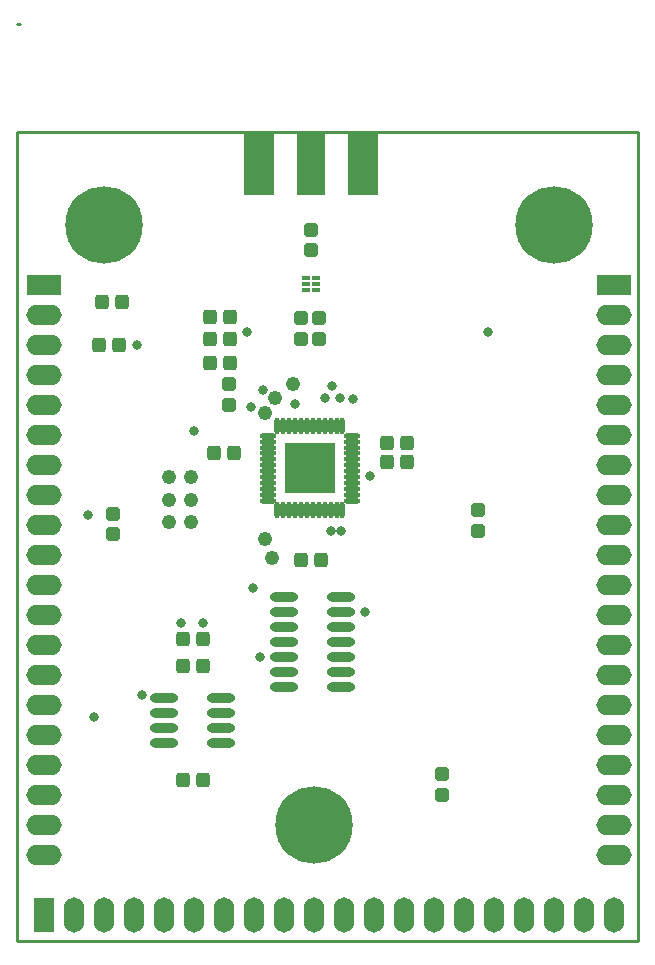
<source format=gts>
G04 Layer_Color=8388736*
%FSLAX25Y25*%
%MOIN*%
G70*
G01*
G75*
%ADD22C,0.01000*%
G04:AMPARAMS|DCode=47|XSize=47.37mil|YSize=43.43mil|CornerRadius=8.43mil|HoleSize=0mil|Usage=FLASHONLY|Rotation=270.000|XOffset=0mil|YOffset=0mil|HoleType=Round|Shape=RoundedRectangle|*
%AMROUNDEDRECTD47*
21,1,0.04737,0.02658,0,0,270.0*
21,1,0.03051,0.04343,0,0,270.0*
1,1,0.01686,-0.01329,-0.01526*
1,1,0.01686,-0.01329,0.01526*
1,1,0.01686,0.01329,0.01526*
1,1,0.01686,0.01329,-0.01526*
%
%ADD47ROUNDEDRECTD47*%
G04:AMPARAMS|DCode=48|XSize=47.37mil|YSize=43.43mil|CornerRadius=8.43mil|HoleSize=0mil|Usage=FLASHONLY|Rotation=0.000|XOffset=0mil|YOffset=0mil|HoleType=Round|Shape=RoundedRectangle|*
%AMROUNDEDRECTD48*
21,1,0.04737,0.02658,0,0,0.0*
21,1,0.03051,0.04343,0,0,0.0*
1,1,0.01686,0.01526,-0.01329*
1,1,0.01686,-0.01526,-0.01329*
1,1,0.01686,-0.01526,0.01329*
1,1,0.01686,0.01526,0.01329*
%
%ADD48ROUNDEDRECTD48*%
%ADD49R,0.16942X0.16942*%
%ADD50O,0.05524X0.01784*%
%ADD51O,0.01784X0.05524*%
%ADD52O,0.09461X0.03162*%
%ADD53R,0.10308X0.20800*%
%ADD54R,0.09816X0.20800*%
%ADD55R,0.02965X0.01784*%
%ADD56C,0.25800*%
%ADD57O,0.11800X0.06800*%
%ADD58R,0.11800X0.06800*%
%ADD59O,0.06800X0.11800*%
%ADD60R,0.06800X0.11800*%
%ADD61C,0.03200*%
%ADD62C,0.04800*%
D22*
X99500Y406000D02*
X100500D01*
X136500Y370000D02*
X306500D01*
Y362500D02*
Y370000D01*
X99500Y100500D02*
Y362500D01*
X306500Y100500D02*
Y362500D01*
X99500Y100500D02*
X306500D01*
X99500Y370000D02*
X136500D01*
X99500Y362500D02*
Y370000D01*
D47*
X161346Y201000D02*
D03*
X154654D02*
D03*
X200847Y227500D02*
D03*
X194153D02*
D03*
X161346Y154000D02*
D03*
X154654D02*
D03*
X222654Y260000D02*
D03*
X229346D02*
D03*
X171846Y263000D02*
D03*
X165154D02*
D03*
X222654Y266500D02*
D03*
X229346D02*
D03*
X134346Y313500D02*
D03*
X127654D02*
D03*
X163654Y308500D02*
D03*
X170346D02*
D03*
X163654Y301000D02*
D03*
X170346D02*
D03*
X163654Y293000D02*
D03*
X170347D02*
D03*
X133346Y299000D02*
D03*
X126654D02*
D03*
X154654Y192000D02*
D03*
X161346D02*
D03*
D48*
X131500Y242693D02*
D03*
Y236000D02*
D03*
X253000Y237154D02*
D03*
Y243847D02*
D03*
X197500Y337346D02*
D03*
Y330654D02*
D03*
X200000Y307846D02*
D03*
Y301154D02*
D03*
X194000Y307846D02*
D03*
Y301154D02*
D03*
X241000Y149154D02*
D03*
Y155846D02*
D03*
X170000Y279154D02*
D03*
Y285846D02*
D03*
D49*
X197110Y257925D02*
D03*
D50*
X211185Y268752D02*
D03*
Y266783D02*
D03*
Y264815D02*
D03*
Y262846D02*
D03*
Y260878D02*
D03*
Y258910D02*
D03*
Y256941D02*
D03*
Y254972D02*
D03*
Y253004D02*
D03*
Y251035D02*
D03*
Y249067D02*
D03*
Y247098D02*
D03*
X183035D02*
D03*
Y249067D02*
D03*
Y251035D02*
D03*
Y253004D02*
D03*
Y254972D02*
D03*
Y256941D02*
D03*
Y258910D02*
D03*
Y260878D02*
D03*
Y262846D02*
D03*
Y264815D02*
D03*
Y266783D02*
D03*
Y268752D02*
D03*
D51*
X207937Y243850D02*
D03*
X205968D02*
D03*
X204000D02*
D03*
X202031D02*
D03*
X200063D02*
D03*
X198094D02*
D03*
X196126D02*
D03*
X194158D02*
D03*
X192189D02*
D03*
X190220D02*
D03*
X188252D02*
D03*
X186284D02*
D03*
Y272000D02*
D03*
X188252D02*
D03*
X190220D02*
D03*
X192189D02*
D03*
X194158D02*
D03*
X196126D02*
D03*
X198094D02*
D03*
X200063D02*
D03*
X202031D02*
D03*
X204000D02*
D03*
X205968D02*
D03*
X207937D02*
D03*
D52*
X188551Y215000D02*
D03*
Y210000D02*
D03*
Y205000D02*
D03*
Y200000D02*
D03*
Y195000D02*
D03*
Y190000D02*
D03*
Y185000D02*
D03*
X207449Y215000D02*
D03*
Y210000D02*
D03*
Y205000D02*
D03*
Y200000D02*
D03*
Y195000D02*
D03*
Y190000D02*
D03*
Y185000D02*
D03*
X167449Y166500D02*
D03*
Y171500D02*
D03*
Y176500D02*
D03*
Y181500D02*
D03*
X148551Y166500D02*
D03*
Y171500D02*
D03*
Y176500D02*
D03*
Y181500D02*
D03*
D53*
X180246Y359500D02*
D03*
X214754D02*
D03*
D54*
X197500D02*
D03*
D55*
X199000Y321437D02*
D03*
Y319469D02*
D03*
Y317500D02*
D03*
X195654Y321437D02*
D03*
Y319469D02*
D03*
Y317500D02*
D03*
D56*
X278500Y339000D02*
D03*
X128500D02*
D03*
X198500Y139000D02*
D03*
D57*
X298500Y129000D02*
D03*
Y139000D02*
D03*
Y149000D02*
D03*
Y159000D02*
D03*
Y169000D02*
D03*
Y179000D02*
D03*
Y189000D02*
D03*
Y199000D02*
D03*
Y209000D02*
D03*
Y219000D02*
D03*
Y229000D02*
D03*
Y239000D02*
D03*
Y249000D02*
D03*
Y259000D02*
D03*
Y269000D02*
D03*
Y279000D02*
D03*
Y289000D02*
D03*
Y299000D02*
D03*
Y309000D02*
D03*
X108500Y129000D02*
D03*
Y139000D02*
D03*
Y149000D02*
D03*
Y159000D02*
D03*
Y169000D02*
D03*
Y179000D02*
D03*
Y189000D02*
D03*
Y199000D02*
D03*
Y209000D02*
D03*
Y219000D02*
D03*
Y229000D02*
D03*
Y239000D02*
D03*
Y249000D02*
D03*
Y259000D02*
D03*
Y269000D02*
D03*
Y279000D02*
D03*
Y289000D02*
D03*
Y299000D02*
D03*
Y309000D02*
D03*
D58*
X298500Y319000D02*
D03*
X108500D02*
D03*
D59*
X298500Y109000D02*
D03*
X288500D02*
D03*
X278500D02*
D03*
X268500D02*
D03*
X258500D02*
D03*
X248500D02*
D03*
X238500D02*
D03*
X228500D02*
D03*
X218500D02*
D03*
X208500D02*
D03*
X198500D02*
D03*
X188500D02*
D03*
X178500D02*
D03*
X168500D02*
D03*
X158500D02*
D03*
X148500D02*
D03*
X138500D02*
D03*
X128500D02*
D03*
X118500D02*
D03*
D60*
X108500D02*
D03*
D61*
X215500Y210000D02*
D03*
X180500Y195000D02*
D03*
X211500Y281000D02*
D03*
X207000Y281500D02*
D03*
X204500Y285500D02*
D03*
X202000Y281500D02*
D03*
X154000Y206500D02*
D03*
X161500D02*
D03*
X139500Y299000D02*
D03*
X217000Y255500D02*
D03*
X204000Y237000D02*
D03*
X207500D02*
D03*
X177500Y278500D02*
D03*
X192000Y279500D02*
D03*
X123000Y242500D02*
D03*
X181500Y284000D02*
D03*
X158500Y270500D02*
D03*
X141000Y182500D02*
D03*
X125000Y175000D02*
D03*
X178000Y218000D02*
D03*
X256500Y303500D02*
D03*
X176000D02*
D03*
D62*
X157500Y240000D02*
D03*
Y247500D02*
D03*
Y255000D02*
D03*
X150000D02*
D03*
Y247500D02*
D03*
Y240000D02*
D03*
X182000Y234500D02*
D03*
X184500Y228000D02*
D03*
X185500Y281500D02*
D03*
X182000Y276500D02*
D03*
X191500Y286000D02*
D03*
M02*

</source>
